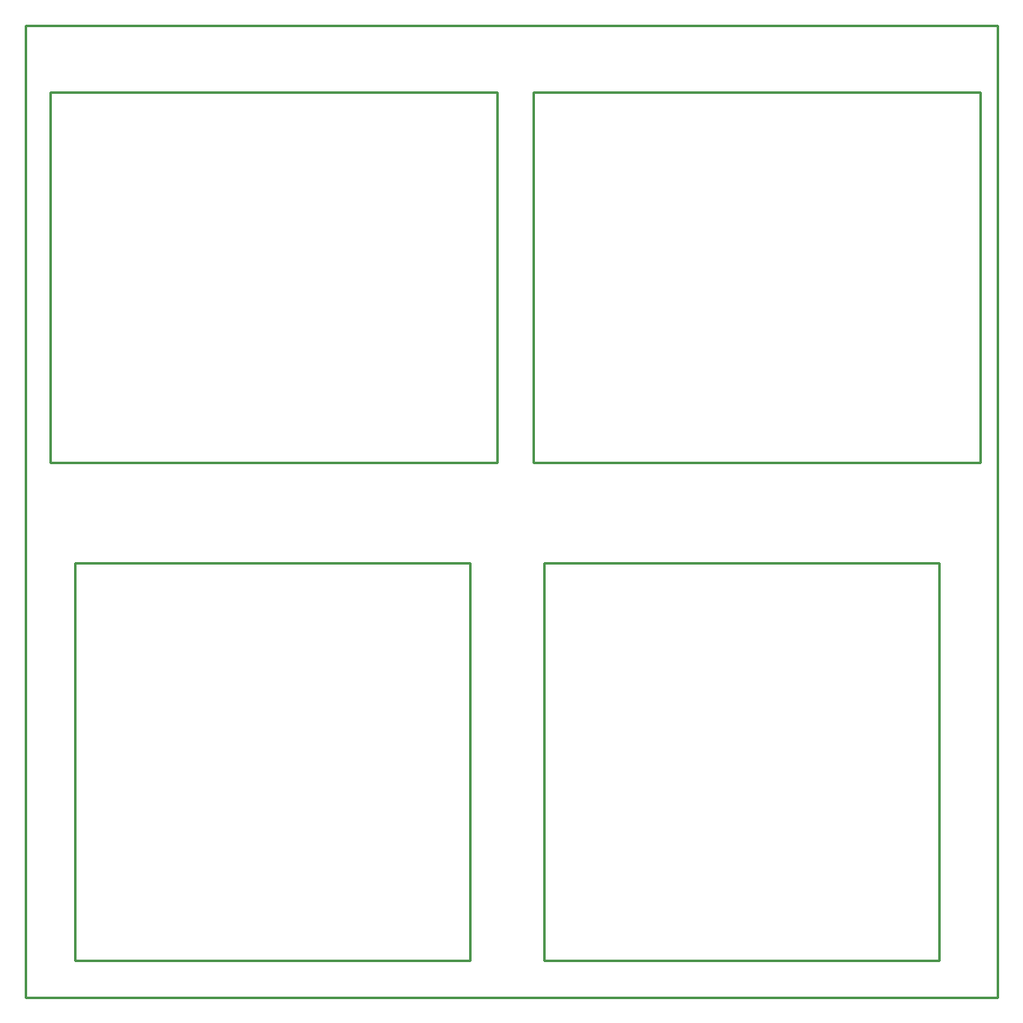
<source format=gm1>
%FSLAX23Y23*%
%MOIN*%
G70*
G01*
G75*
G04 Layer_Color=16711935*
%ADD10R,0.079X0.150*%
%ADD11R,0.039X0.059*%
%ADD12R,0.063X0.055*%
%ADD13R,0.094X0.063*%
%ADD14R,0.059X0.039*%
%ADD15R,0.079X0.157*%
%ADD16R,0.100X0.200*%
%ADD17R,0.050X0.035*%
%ADD18R,0.110X0.079*%
%ADD19R,0.100X0.030*%
%ADD20R,0.017X0.066*%
%ADD21R,0.055X0.071*%
%ADD22R,0.090X0.150*%
%ADD23R,0.085X0.050*%
%ADD24R,0.150X0.079*%
%ADD25R,0.071X0.055*%
%ADD26R,0.063X0.094*%
%ADD27R,0.200X0.100*%
%ADD28R,0.079X0.110*%
%ADD29R,0.030X0.100*%
%ADD30R,0.026X0.042*%
%ADD31R,0.066X0.017*%
%ADD32R,0.150X0.090*%
%ADD33R,0.050X0.085*%
%ADD34C,0.025*%
%ADD35C,0.030*%
%ADD36C,0.040*%
%ADD37C,0.015*%
%ADD38C,0.020*%
%ADD39C,0.035*%
%ADD40C,0.050*%
%ADD41C,0.055*%
%ADD42C,0.010*%
%ADD43C,0.045*%
%ADD44C,0.060*%
%ADD45R,0.151X0.305*%
%ADD46R,0.035X0.075*%
%ADD47R,0.065X0.080*%
%ADD48R,0.280X0.151*%
%ADD49R,0.052X0.100*%
%ADD50R,0.094X0.047*%
%ADD51R,0.120X0.040*%
%ADD52R,0.035X0.045*%
%ADD53R,0.085X0.065*%
%ADD54R,0.064X0.076*%
%ADD55R,0.044X0.080*%
%ADD56C,0.079*%
%ADD57C,0.100*%
%ADD58C,0.138*%
%ADD59C,0.040*%
%ADD60C,0.050*%
%ADD61C,0.070*%
%ADD62R,0.030X0.070*%
%ADD63R,0.070X0.030*%
%ADD64R,0.094X0.047*%
%ADD65R,0.047X0.110*%
%ADD66R,0.205X0.305*%
%ADD67R,0.290X0.235*%
%ADD68C,0.004*%
%ADD69C,0.003*%
%ADD70C,0.002*%
%ADD71C,0.002*%
%ADD72C,0.005*%
%ADD73C,0.001*%
%ADD74C,0.008*%
%ADD75C,0.008*%
%ADD76R,0.060X0.169*%
%ADD77R,0.063X0.021*%
%ADD78R,0.021X0.063*%
%ADD79R,0.169X0.060*%
%ADD80R,0.063X0.023*%
%ADD81R,0.087X0.158*%
%ADD82R,0.047X0.067*%
%ADD83R,0.071X0.063*%
%ADD84R,0.102X0.071*%
%ADD85R,0.067X0.047*%
%ADD86R,0.087X0.165*%
%ADD87R,0.108X0.208*%
%ADD88R,0.058X0.043*%
%ADD89R,0.118X0.087*%
%ADD90R,0.108X0.038*%
%ADD91R,0.025X0.074*%
%ADD92R,0.063X0.079*%
%ADD93R,0.098X0.158*%
%ADD94R,0.093X0.058*%
%ADD95R,0.160X0.089*%
%ADD96R,0.069X0.049*%
%ADD97R,0.073X0.065*%
%ADD98R,0.049X0.069*%
%ADD99R,0.081X0.065*%
%ADD100R,0.073X0.104*%
%ADD101R,0.089X0.167*%
%ADD102R,0.210X0.110*%
%ADD103R,0.060X0.045*%
%ADD104R,0.089X0.120*%
%ADD105R,0.040X0.110*%
%ADD106R,0.036X0.052*%
%ADD107R,0.076X0.027*%
%ADD108R,0.160X0.100*%
%ADD109R,0.060X0.095*%
%ADD110C,0.087*%
%ADD111C,0.108*%
%ADD112C,0.146*%
%ADD113C,0.148*%
%ADD114C,0.089*%
%ADD115C,0.110*%
%ADD116C,0.048*%
%ADD117C,0.058*%
%ADD118C,0.078*%
%ADD119C,0.060*%
%ADD120C,0.080*%
%ADD121R,0.038X0.078*%
%ADD122R,0.078X0.038*%
%ADD123R,0.104X0.057*%
%ADD124R,0.057X0.120*%
%ADD125C,0.020*%
%ADD126C,0.012*%
%ADD127R,0.020X0.210*%
%ADD128R,0.166X0.020*%
%ADD129R,0.019X0.096*%
%ADD130R,0.096X0.019*%
%ADD131R,0.019X0.181*%
D42*
X2100Y150D02*
Y1760D01*
X3700D01*
X2100Y150D02*
X3700D01*
Y1760D01*
X1800Y150D02*
Y1760D01*
X200Y150D02*
X1800D01*
X200Y1760D02*
X1800D01*
X200Y150D02*
Y1760D01*
X3937Y0D02*
Y3937D01*
X0D02*
X3937D01*
X0Y0D02*
Y3937D01*
Y0D02*
X3937D01*
X100Y2165D02*
X1910D01*
X100D02*
Y3665D01*
X1910Y2165D02*
Y3665D01*
X100D02*
X1910D01*
X2055D02*
X3865D01*
Y2165D02*
Y3665D01*
X2055Y2165D02*
Y3665D01*
Y2165D02*
X3865D01*
X2100Y150D02*
Y1760D01*
X3700D01*
X2100Y150D02*
X3700D01*
Y1760D01*
X1800Y150D02*
Y1760D01*
X200Y150D02*
X1800D01*
X200Y1760D02*
X1800D01*
X200Y150D02*
Y1760D01*
X3937Y0D02*
Y3937D01*
X0D02*
X3937D01*
X0Y0D02*
Y3937D01*
Y0D02*
X3937D01*
X100Y2165D02*
X1910D01*
X100D02*
Y3665D01*
X1910Y2165D02*
Y3665D01*
X100D02*
X1910D01*
X2055D02*
X3865D01*
Y2165D02*
Y3665D01*
X2055Y2165D02*
Y3665D01*
Y2165D02*
X3865D01*
M02*

</source>
